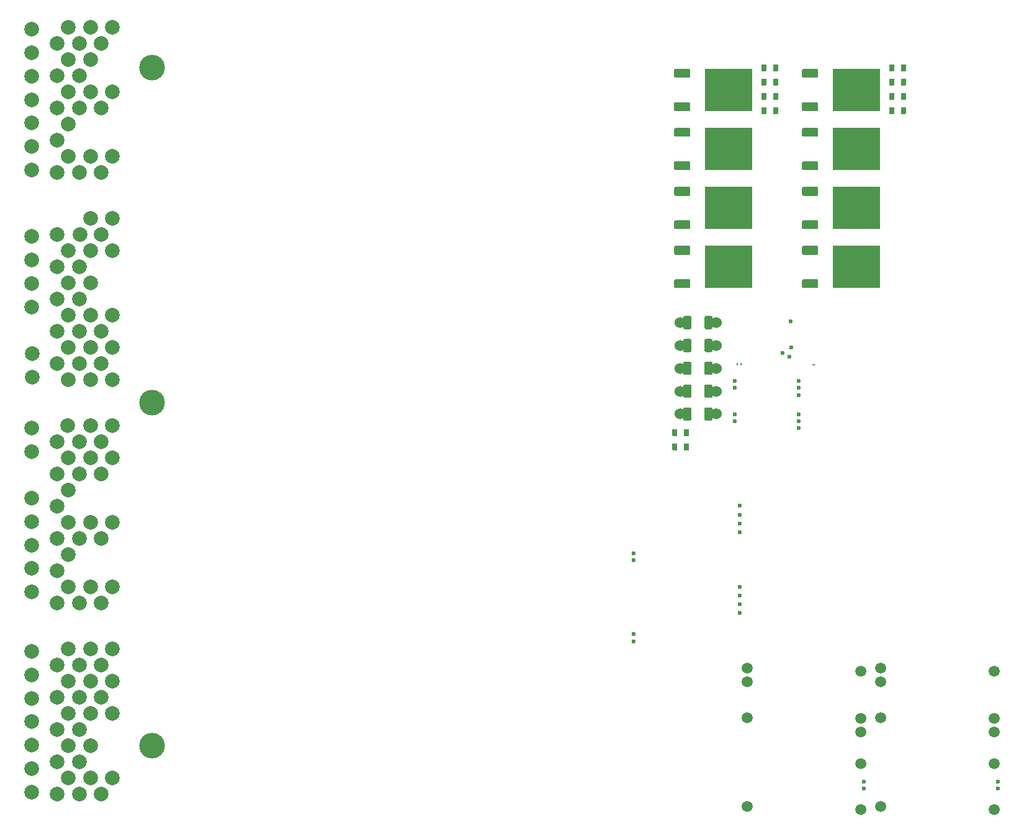
<source format=gts>
G04 #@! TF.GenerationSoftware,KiCad,Pcbnew,8.0.9-8.0.9-0~ubuntu24.04.1*
G04 #@! TF.CreationDate,2025-02-19T22:05:32+00:00*
G04 #@! TF.ProjectId,rusefiSTI2004,72757365-6669-4535-9449-323030342e6b,rev?*
G04 #@! TF.SameCoordinates,Original*
G04 #@! TF.FileFunction,Soldermask,Top*
G04 #@! TF.FilePolarity,Negative*
%FSLAX46Y46*%
G04 Gerber Fmt 4.6, Leading zero omitted, Abs format (unit mm)*
G04 Created by KiCad (PCBNEW 8.0.9-8.0.9-0~ubuntu24.04.1) date 2025-02-19 22:05:32*
%MOMM*%
%LPD*%
G01*
G04 APERTURE LIST*
%ADD10C,0.600000*%
%ADD11R,6.400000X5.800000*%
%ADD12C,1.524000*%
%ADD13C,1.500000*%
%ADD14O,0.499999X0.250000*%
%ADD15O,0.250000X0.499999*%
%ADD16C,0.599999*%
%ADD17C,3.500000*%
%ADD18C,2.000000*%
G04 APERTURE END LIST*
D10*
G04 #@! TO.C,M6*
X102325000Y30312500D03*
X102325000Y29112500D03*
X102325000Y31512500D03*
X102325000Y32712500D03*
X87900000Y26252500D03*
X87900000Y25252500D03*
G04 #@! TD*
G04 #@! TO.C,R6*
G36*
G01*
X105275000Y97311267D02*
X105275000Y98091267D01*
G75*
G02*
X105345000Y98161267I70000J0D01*
G01*
X105905000Y98161267D01*
G75*
G02*
X105975000Y98091267I0J-70000D01*
G01*
X105975000Y97311267D01*
G75*
G02*
X105905000Y97241267I-70000J0D01*
G01*
X105345000Y97241267D01*
G75*
G02*
X105275000Y97311267I0J70000D01*
G01*
G37*
G36*
G01*
X106875000Y97311267D02*
X106875000Y98091267D01*
G75*
G02*
X106945000Y98161267I70000J0D01*
G01*
X107505000Y98161267D01*
G75*
G02*
X107575000Y98091267I0J-70000D01*
G01*
X107575000Y97311267D01*
G75*
G02*
X107505000Y97241267I-70000J0D01*
G01*
X106945000Y97241267D01*
G75*
G02*
X106875000Y97311267I0J70000D01*
G01*
G37*
G04 #@! TD*
G04 #@! TO.C,Q2*
G36*
G01*
X93400000Y94250000D02*
X93400000Y95210000D01*
G75*
G02*
X93520000Y95330000I120000J0D01*
G01*
X95480000Y95330000D01*
G75*
G02*
X95600000Y95210000I0J-120000D01*
G01*
X95600000Y94250000D01*
G75*
G02*
X95480000Y94130000I-120000J0D01*
G01*
X93520000Y94130000D01*
G75*
G02*
X93400000Y94250000I0J120000D01*
G01*
G37*
D11*
X100800000Y92450000D03*
G36*
G01*
X93400000Y89690000D02*
X93400000Y90650000D01*
G75*
G02*
X93520000Y90770000I120000J0D01*
G01*
X95480000Y90770000D01*
G75*
G02*
X95600000Y90650000I0J-120000D01*
G01*
X95600000Y89690000D01*
G75*
G02*
X95480000Y89570000I-120000J0D01*
G01*
X93520000Y89570000D01*
G75*
G02*
X93400000Y89690000I0J120000D01*
G01*
G37*
G04 #@! TD*
D12*
G04 #@! TO.C,F2*
X94185000Y65645000D03*
G36*
G01*
X95529990Y64745000D02*
X94839990Y64745000D01*
G75*
G02*
X94609990Y64975000I0J230000D01*
G01*
X94609990Y66315000D01*
G75*
G02*
X94839990Y66545000I230000J0D01*
G01*
X95529990Y66545000D01*
G75*
G02*
X95759990Y66315000I0J-230000D01*
G01*
X95759990Y64975000D01*
G75*
G02*
X95529990Y64745000I-230000J0D01*
G01*
G37*
G36*
G01*
X98430010Y64745000D02*
X97740010Y64745000D01*
G75*
G02*
X97510010Y64975000I0J230000D01*
G01*
X97510010Y66315000D01*
G75*
G02*
X97740010Y66545000I230000J0D01*
G01*
X98430010Y66545000D01*
G75*
G02*
X98660010Y66315000I0J-230000D01*
G01*
X98660010Y64975000D01*
G75*
G02*
X98430010Y64745000I-230000J0D01*
G01*
G37*
X99085000Y65645000D03*
G04 #@! TD*
G04 #@! TO.C,R8*
G36*
G01*
X122725000Y101209359D02*
X122725000Y101989359D01*
G75*
G02*
X122795000Y102059359I70000J0D01*
G01*
X123355000Y102059359D01*
G75*
G02*
X123425000Y101989359I0J-70000D01*
G01*
X123425000Y101209359D01*
G75*
G02*
X123355000Y101139359I-70000J0D01*
G01*
X122795000Y101139359D01*
G75*
G02*
X122725000Y101209359I0J70000D01*
G01*
G37*
G36*
G01*
X124325000Y101209359D02*
X124325000Y101989359D01*
G75*
G02*
X124395000Y102059359I70000J0D01*
G01*
X124955000Y102059359D01*
G75*
G02*
X125025000Y101989359I0J-70000D01*
G01*
X125025000Y101209359D01*
G75*
G02*
X124955000Y101139359I-70000J0D01*
G01*
X124395000Y101139359D01*
G75*
G02*
X124325000Y101209359I0J70000D01*
G01*
G37*
G04 #@! TD*
G04 #@! TO.C,R2*
G36*
G01*
X93125000Y51409359D02*
X93125000Y52189359D01*
G75*
G02*
X93195000Y52259359I70000J0D01*
G01*
X93755000Y52259359D01*
G75*
G02*
X93825000Y52189359I0J-70000D01*
G01*
X93825000Y51409359D01*
G75*
G02*
X93755000Y51339359I-70000J0D01*
G01*
X93195000Y51339359D01*
G75*
G02*
X93125000Y51409359I0J70000D01*
G01*
G37*
G36*
G01*
X94725000Y51409359D02*
X94725000Y52189359D01*
G75*
G02*
X94795000Y52259359I70000J0D01*
G01*
X95355000Y52259359D01*
G75*
G02*
X95425000Y52189359I0J-70000D01*
G01*
X95425000Y51409359D01*
G75*
G02*
X95355000Y51339359I-70000J0D01*
G01*
X94795000Y51339359D01*
G75*
G02*
X94725000Y51409359I0J70000D01*
G01*
G37*
G04 #@! TD*
G04 #@! TO.C,F3*
X94185000Y62525000D03*
G36*
G01*
X95529990Y61625000D02*
X94839990Y61625000D01*
G75*
G02*
X94609990Y61855000I0J230000D01*
G01*
X94609990Y63195000D01*
G75*
G02*
X94839990Y63425000I230000J0D01*
G01*
X95529990Y63425000D01*
G75*
G02*
X95759990Y63195000I0J-230000D01*
G01*
X95759990Y61855000D01*
G75*
G02*
X95529990Y61625000I-230000J0D01*
G01*
G37*
G36*
G01*
X98430010Y61625000D02*
X97740010Y61625000D01*
G75*
G02*
X97510010Y61855000I0J230000D01*
G01*
X97510010Y63195000D01*
G75*
G02*
X97740010Y63425000I230000J0D01*
G01*
X98430010Y63425000D01*
G75*
G02*
X98660010Y63195000I0J-230000D01*
G01*
X98660010Y61855000D01*
G75*
G02*
X98430010Y61625000I-230000J0D01*
G01*
G37*
X99085000Y62525000D03*
G04 #@! TD*
G04 #@! TO.C,R5*
G36*
G01*
X105275000Y99260313D02*
X105275000Y100040313D01*
G75*
G02*
X105345000Y100110313I70000J0D01*
G01*
X105905000Y100110313D01*
G75*
G02*
X105975000Y100040313I0J-70000D01*
G01*
X105975000Y99260313D01*
G75*
G02*
X105905000Y99190313I-70000J0D01*
G01*
X105345000Y99190313D01*
G75*
G02*
X105275000Y99260313I0J70000D01*
G01*
G37*
G36*
G01*
X106875000Y99260313D02*
X106875000Y100040313D01*
G75*
G02*
X106945000Y100110313I70000J0D01*
G01*
X107505000Y100110313D01*
G75*
G02*
X107575000Y100040313I0J-70000D01*
G01*
X107575000Y99260313D01*
G75*
G02*
X107505000Y99190313I-70000J0D01*
G01*
X106945000Y99190313D01*
G75*
G02*
X106875000Y99260313I0J70000D01*
G01*
G37*
G04 #@! TD*
G04 #@! TO.C,Q4*
G36*
G01*
X93400000Y78150000D02*
X93400000Y79110000D01*
G75*
G02*
X93520000Y79230000I120000J0D01*
G01*
X95480000Y79230000D01*
G75*
G02*
X95600000Y79110000I0J-120000D01*
G01*
X95600000Y78150000D01*
G75*
G02*
X95480000Y78030000I-120000J0D01*
G01*
X93520000Y78030000D01*
G75*
G02*
X93400000Y78150000I0J120000D01*
G01*
G37*
D11*
X100800000Y76350000D03*
G36*
G01*
X93400000Y73590000D02*
X93400000Y74550000D01*
G75*
G02*
X93520000Y74670000I120000J0D01*
G01*
X95480000Y74670000D01*
G75*
G02*
X95600000Y74550000I0J-120000D01*
G01*
X95600000Y73590000D01*
G75*
G02*
X95480000Y73470000I-120000J0D01*
G01*
X93520000Y73470000D01*
G75*
G02*
X93400000Y73590000I0J120000D01*
G01*
G37*
G04 #@! TD*
D10*
G04 #@! TO.C,M5*
X102325000Y41362500D03*
X102325000Y40162500D03*
X102325000Y42562500D03*
X102325000Y43762500D03*
X87900000Y37302500D03*
X87900000Y36302500D03*
G04 #@! TD*
D13*
G04 #@! TO.C,M8*
X118849995Y21149996D03*
X118849995Y14749999D03*
X118849995Y12849996D03*
X118849995Y8549996D03*
D10*
X119299994Y6149999D03*
X119299994Y5149998D03*
D13*
X118849995Y2299996D03*
X103349998Y21599998D03*
X103349998Y19749999D03*
X103349998Y14799996D03*
X103349998Y2749998D03*
G04 #@! TD*
D14*
G04 #@! TO.C,M4*
X112394993Y63013329D03*
D15*
X102044999Y63063327D03*
X102545000Y63063327D03*
D16*
X109094997Y64113325D03*
X108219995Y64638325D03*
X109394999Y65388323D03*
X109319996Y68938324D03*
G04 #@! TD*
G04 #@! TO.C,Q7*
G36*
G01*
X110850000Y86200000D02*
X110850000Y87160000D01*
G75*
G02*
X110970000Y87280000I120000J0D01*
G01*
X112930000Y87280000D01*
G75*
G02*
X113050000Y87160000I0J-120000D01*
G01*
X113050000Y86200000D01*
G75*
G02*
X112930000Y86080000I-120000J0D01*
G01*
X110970000Y86080000D01*
G75*
G02*
X110850000Y86200000I0J120000D01*
G01*
G37*
D11*
X118250000Y84400000D03*
G36*
G01*
X110850000Y81640000D02*
X110850000Y82600000D01*
G75*
G02*
X110970000Y82720000I120000J0D01*
G01*
X112930000Y82720000D01*
G75*
G02*
X113050000Y82600000I0J-120000D01*
G01*
X113050000Y81640000D01*
G75*
G02*
X112930000Y81520000I-120000J0D01*
G01*
X110970000Y81520000D01*
G75*
G02*
X110850000Y81640000I0J120000D01*
G01*
G37*
G04 #@! TD*
D10*
G04 #@! TO.C,M7*
X110395000Y60794997D03*
X110395000Y59844997D03*
X110395000Y58894999D03*
X101695000Y59894997D03*
X101695000Y60794997D03*
G04 #@! TD*
G04 #@! TO.C,Q1*
G36*
G01*
X93400000Y102300000D02*
X93400000Y103260000D01*
G75*
G02*
X93520000Y103380000I120000J0D01*
G01*
X95480000Y103380000D01*
G75*
G02*
X95600000Y103260000I0J-120000D01*
G01*
X95600000Y102300000D01*
G75*
G02*
X95480000Y102180000I-120000J0D01*
G01*
X93520000Y102180000D01*
G75*
G02*
X93400000Y102300000I0J120000D01*
G01*
G37*
D11*
X100800000Y100500000D03*
G36*
G01*
X93400000Y97740000D02*
X93400000Y98700000D01*
G75*
G02*
X93520000Y98820000I120000J0D01*
G01*
X95480000Y98820000D01*
G75*
G02*
X95600000Y98700000I0J-120000D01*
G01*
X95600000Y97740000D01*
G75*
G02*
X95480000Y97620000I-120000J0D01*
G01*
X93520000Y97620000D01*
G75*
G02*
X93400000Y97740000I0J120000D01*
G01*
G37*
G04 #@! TD*
G04 #@! TO.C,Q3*
G36*
G01*
X93400000Y86200000D02*
X93400000Y87160000D01*
G75*
G02*
X93520000Y87280000I120000J0D01*
G01*
X95480000Y87280000D01*
G75*
G02*
X95600000Y87160000I0J-120000D01*
G01*
X95600000Y86200000D01*
G75*
G02*
X95480000Y86080000I-120000J0D01*
G01*
X93520000Y86080000D01*
G75*
G02*
X93400000Y86200000I0J120000D01*
G01*
G37*
X100800000Y84400000D03*
G36*
G01*
X93400000Y81640000D02*
X93400000Y82600000D01*
G75*
G02*
X93520000Y82720000I120000J0D01*
G01*
X95480000Y82720000D01*
G75*
G02*
X95600000Y82600000I0J-120000D01*
G01*
X95600000Y81640000D01*
G75*
G02*
X95480000Y81520000I-120000J0D01*
G01*
X93520000Y81520000D01*
G75*
G02*
X93400000Y81640000I0J120000D01*
G01*
G37*
G04 #@! TD*
G04 #@! TO.C,R9*
G36*
G01*
X122725000Y99260313D02*
X122725000Y100040313D01*
G75*
G02*
X122795000Y100110313I70000J0D01*
G01*
X123355000Y100110313D01*
G75*
G02*
X123425000Y100040313I0J-70000D01*
G01*
X123425000Y99260313D01*
G75*
G02*
X123355000Y99190313I-70000J0D01*
G01*
X122795000Y99190313D01*
G75*
G02*
X122725000Y99260313I0J70000D01*
G01*
G37*
G36*
G01*
X124325000Y99260313D02*
X124325000Y100040313D01*
G75*
G02*
X124395000Y100110313I70000J0D01*
G01*
X124955000Y100110313D01*
G75*
G02*
X125025000Y100040313I0J-70000D01*
G01*
X125025000Y99260313D01*
G75*
G02*
X124955000Y99190313I-70000J0D01*
G01*
X124395000Y99190313D01*
G75*
G02*
X124325000Y99260313I0J70000D01*
G01*
G37*
G04 #@! TD*
D10*
G04 #@! TO.C,M13*
X110395000Y56244994D03*
X110395000Y55294994D03*
X110395000Y54344996D03*
X101695000Y55344994D03*
X101695000Y56244994D03*
G04 #@! TD*
G04 #@! TO.C,Q5*
G36*
G01*
X110850000Y102300000D02*
X110850000Y103260000D01*
G75*
G02*
X110970000Y103380000I120000J0D01*
G01*
X112930000Y103380000D01*
G75*
G02*
X113050000Y103260000I0J-120000D01*
G01*
X113050000Y102300000D01*
G75*
G02*
X112930000Y102180000I-120000J0D01*
G01*
X110970000Y102180000D01*
G75*
G02*
X110850000Y102300000I0J120000D01*
G01*
G37*
D11*
X118250000Y100500000D03*
G36*
G01*
X110850000Y97740000D02*
X110850000Y98700000D01*
G75*
G02*
X110970000Y98820000I120000J0D01*
G01*
X112930000Y98820000D01*
G75*
G02*
X113050000Y98700000I0J-120000D01*
G01*
X113050000Y97740000D01*
G75*
G02*
X112930000Y97620000I-120000J0D01*
G01*
X110970000Y97620000D01*
G75*
G02*
X110850000Y97740000I0J120000D01*
G01*
G37*
G04 #@! TD*
G04 #@! TO.C,Q8*
G36*
G01*
X110850000Y78150000D02*
X110850000Y79110000D01*
G75*
G02*
X110970000Y79230000I120000J0D01*
G01*
X112930000Y79230000D01*
G75*
G02*
X113050000Y79110000I0J-120000D01*
G01*
X113050000Y78150000D01*
G75*
G02*
X112930000Y78030000I-120000J0D01*
G01*
X110970000Y78030000D01*
G75*
G02*
X110850000Y78150000I0J120000D01*
G01*
G37*
X118250000Y76350000D03*
G36*
G01*
X110850000Y73590000D02*
X110850000Y74550000D01*
G75*
G02*
X110970000Y74670000I120000J0D01*
G01*
X112930000Y74670000D01*
G75*
G02*
X113050000Y74550000I0J-120000D01*
G01*
X113050000Y73590000D01*
G75*
G02*
X112930000Y73470000I-120000J0D01*
G01*
X110970000Y73470000D01*
G75*
G02*
X110850000Y73590000I0J120000D01*
G01*
G37*
G04 #@! TD*
G04 #@! TO.C,R10*
G36*
G01*
X122725000Y97311267D02*
X122725000Y98091267D01*
G75*
G02*
X122795000Y98161267I70000J0D01*
G01*
X123355000Y98161267D01*
G75*
G02*
X123425000Y98091267I0J-70000D01*
G01*
X123425000Y97311267D01*
G75*
G02*
X123355000Y97241267I-70000J0D01*
G01*
X122795000Y97241267D01*
G75*
G02*
X122725000Y97311267I0J70000D01*
G01*
G37*
G36*
G01*
X124325000Y97311267D02*
X124325000Y98091267D01*
G75*
G02*
X124395000Y98161267I70000J0D01*
G01*
X124955000Y98161267D01*
G75*
G02*
X125025000Y98091267I0J-70000D01*
G01*
X125025000Y97311267D01*
G75*
G02*
X124955000Y97241267I-70000J0D01*
G01*
X124395000Y97241267D01*
G75*
G02*
X124325000Y97311267I0J70000D01*
G01*
G37*
G04 #@! TD*
G04 #@! TO.C,R4*
G36*
G01*
X105275000Y101209359D02*
X105275000Y101989359D01*
G75*
G02*
X105345000Y102059359I70000J0D01*
G01*
X105905000Y102059359D01*
G75*
G02*
X105975000Y101989359I0J-70000D01*
G01*
X105975000Y101209359D01*
G75*
G02*
X105905000Y101139359I-70000J0D01*
G01*
X105345000Y101139359D01*
G75*
G02*
X105275000Y101209359I0J70000D01*
G01*
G37*
G36*
G01*
X106875000Y101209359D02*
X106875000Y101989359D01*
G75*
G02*
X106945000Y102059359I70000J0D01*
G01*
X107505000Y102059359D01*
G75*
G02*
X107575000Y101989359I0J-70000D01*
G01*
X107575000Y101209359D01*
G75*
G02*
X107505000Y101139359I-70000J0D01*
G01*
X106945000Y101139359D01*
G75*
G02*
X106875000Y101209359I0J70000D01*
G01*
G37*
G04 #@! TD*
G04 #@! TO.C,R1*
G36*
G01*
X93125000Y53358405D02*
X93125000Y54138405D01*
G75*
G02*
X93195000Y54208405I70000J0D01*
G01*
X93755000Y54208405D01*
G75*
G02*
X93825000Y54138405I0J-70000D01*
G01*
X93825000Y53358405D01*
G75*
G02*
X93755000Y53288405I-70000J0D01*
G01*
X93195000Y53288405D01*
G75*
G02*
X93125000Y53358405I0J70000D01*
G01*
G37*
G36*
G01*
X94725000Y53358405D02*
X94725000Y54138405D01*
G75*
G02*
X94795000Y54208405I70000J0D01*
G01*
X95355000Y54208405D01*
G75*
G02*
X95425000Y54138405I0J-70000D01*
G01*
X95425000Y53358405D01*
G75*
G02*
X95355000Y53288405I-70000J0D01*
G01*
X94795000Y53288405D01*
G75*
G02*
X94725000Y53358405I0J70000D01*
G01*
G37*
G04 #@! TD*
G04 #@! TO.C,R3*
G36*
G01*
X105275000Y103158405D02*
X105275000Y103938405D01*
G75*
G02*
X105345000Y104008405I70000J0D01*
G01*
X105905000Y104008405D01*
G75*
G02*
X105975000Y103938405I0J-70000D01*
G01*
X105975000Y103158405D01*
G75*
G02*
X105905000Y103088405I-70000J0D01*
G01*
X105345000Y103088405D01*
G75*
G02*
X105275000Y103158405I0J70000D01*
G01*
G37*
G36*
G01*
X106875000Y103158405D02*
X106875000Y103938405D01*
G75*
G02*
X106945000Y104008405I70000J0D01*
G01*
X107505000Y104008405D01*
G75*
G02*
X107575000Y103938405I0J-70000D01*
G01*
X107575000Y103158405D01*
G75*
G02*
X107505000Y103088405I-70000J0D01*
G01*
X106945000Y103088405D01*
G75*
G02*
X106875000Y103158405I0J70000D01*
G01*
G37*
G04 #@! TD*
D12*
G04 #@! TO.C,F4*
X94185000Y59405000D03*
G36*
G01*
X95529990Y58505000D02*
X94839990Y58505000D01*
G75*
G02*
X94609990Y58735000I0J230000D01*
G01*
X94609990Y60075000D01*
G75*
G02*
X94839990Y60305000I230000J0D01*
G01*
X95529990Y60305000D01*
G75*
G02*
X95759990Y60075000I0J-230000D01*
G01*
X95759990Y58735000D01*
G75*
G02*
X95529990Y58505000I-230000J0D01*
G01*
G37*
G36*
G01*
X98430010Y58505000D02*
X97740010Y58505000D01*
G75*
G02*
X97510010Y58735000I0J230000D01*
G01*
X97510010Y60075000D01*
G75*
G02*
X97740010Y60305000I230000J0D01*
G01*
X98430010Y60305000D01*
G75*
G02*
X98660010Y60075000I0J-230000D01*
G01*
X98660010Y58735000D01*
G75*
G02*
X98430010Y58505000I-230000J0D01*
G01*
G37*
X99085000Y59405000D03*
G04 #@! TD*
D17*
G04 #@! TO.C,J1*
X22200000Y103600000D03*
X22200000Y57850000D03*
X22200000Y11000000D03*
D18*
X5750000Y108800000D03*
X5750000Y105600000D03*
X5750000Y102400000D03*
X5750000Y99200000D03*
X5750000Y96000000D03*
X5750000Y92800000D03*
X5750000Y89600000D03*
X10750000Y109100000D03*
X9250000Y106900000D03*
X10750000Y104700000D03*
X9250000Y102500000D03*
X10750000Y100300000D03*
X9250000Y98100000D03*
X10750000Y95900000D03*
X9250000Y93700000D03*
X10750000Y91500000D03*
X9250000Y89300000D03*
X13750000Y109100000D03*
X12250000Y106900000D03*
X13750000Y104700000D03*
X12250000Y102500000D03*
X13750000Y100300000D03*
X12250000Y98100000D03*
X13750000Y91500000D03*
X12250000Y89300000D03*
X16750000Y109100000D03*
X15250000Y106900000D03*
X16750000Y100300000D03*
X15250000Y98100000D03*
X16750000Y91500000D03*
X15250000Y89300000D03*
X5750000Y80500000D03*
X5750000Y77300000D03*
X5750000Y74100000D03*
X5750000Y70900000D03*
X5850000Y64500000D03*
X5850000Y61300000D03*
X9250000Y80800000D03*
X10750000Y78600000D03*
X9250000Y76400000D03*
X10750000Y74200000D03*
X9250000Y72000000D03*
X10750000Y69800000D03*
X9250000Y67600000D03*
X10750000Y65400000D03*
X9250000Y63200000D03*
X10750000Y61000000D03*
X13750000Y83000000D03*
X12350000Y80800000D03*
X13750000Y78600000D03*
X12250000Y76400000D03*
X13750000Y74200000D03*
X12250000Y72000000D03*
X13750000Y69800000D03*
X12250000Y67600000D03*
X13750000Y65400000D03*
X12250000Y63200000D03*
X13750000Y61000000D03*
X16750000Y83000000D03*
X15250000Y80800000D03*
X16750000Y78600000D03*
X16750000Y69800000D03*
X15250000Y67600000D03*
X16750000Y65400000D03*
X15250000Y63200000D03*
X16750000Y61000000D03*
X5750000Y54400000D03*
X5750000Y51200000D03*
X5750000Y44800000D03*
X5750000Y41600000D03*
X5750000Y38400000D03*
X5750000Y35200000D03*
X5750000Y32000000D03*
X10650000Y54700000D03*
X9250000Y52500000D03*
X10750000Y50300000D03*
X9250000Y48100000D03*
X10750000Y45900000D03*
X9250000Y43700000D03*
X10750000Y41500000D03*
X9250000Y39300000D03*
X10750000Y37100000D03*
X9250000Y34900000D03*
X10750000Y32700000D03*
X9250000Y30500000D03*
X13750000Y54700000D03*
X12250000Y52500000D03*
X13750000Y50300000D03*
X12250000Y48100000D03*
X13750000Y41500000D03*
X12250000Y39300000D03*
X13750000Y32700000D03*
X12250000Y30500000D03*
X16750000Y54700000D03*
X15250000Y52500000D03*
X16750000Y50300000D03*
X15250000Y48100000D03*
X16750000Y41500000D03*
X15250000Y39300000D03*
X16750000Y32700000D03*
X15250000Y30500000D03*
X5750000Y23900000D03*
X5750000Y20700000D03*
X5750000Y17500000D03*
X5750000Y14300000D03*
X5750000Y11100000D03*
X5750000Y7900000D03*
X5750000Y4700000D03*
X10750000Y24200000D03*
X9250000Y22000000D03*
X10750000Y19800000D03*
X9250000Y17600000D03*
X10750000Y15400000D03*
X9250000Y13200000D03*
X10750000Y11000000D03*
X9250000Y8800000D03*
X10750000Y6600000D03*
X9250000Y4400000D03*
X13750000Y24200000D03*
X12250000Y22000000D03*
X13750000Y19800000D03*
X12250000Y17600000D03*
X13750000Y15400000D03*
X12250000Y13200000D03*
X13750000Y11000000D03*
X12250000Y8800000D03*
X13750000Y6600000D03*
X12250000Y4400000D03*
X16750000Y24200000D03*
X15250000Y22000000D03*
X16750000Y19800000D03*
X15250000Y17600000D03*
X16750000Y15400000D03*
X16750000Y6600000D03*
X15250000Y4400000D03*
G04 #@! TD*
G04 #@! TO.C,Q6*
G36*
G01*
X110850000Y94250000D02*
X110850000Y95210000D01*
G75*
G02*
X110970000Y95330000I120000J0D01*
G01*
X112930000Y95330000D01*
G75*
G02*
X113050000Y95210000I0J-120000D01*
G01*
X113050000Y94250000D01*
G75*
G02*
X112930000Y94130000I-120000J0D01*
G01*
X110970000Y94130000D01*
G75*
G02*
X110850000Y94250000I0J120000D01*
G01*
G37*
D11*
X118250000Y92450000D03*
G36*
G01*
X110850000Y89690000D02*
X110850000Y90650000D01*
G75*
G02*
X110970000Y90770000I120000J0D01*
G01*
X112930000Y90770000D01*
G75*
G02*
X113050000Y90650000I0J-120000D01*
G01*
X113050000Y89690000D01*
G75*
G02*
X112930000Y89570000I-120000J0D01*
G01*
X110970000Y89570000D01*
G75*
G02*
X110850000Y89690000I0J120000D01*
G01*
G37*
G04 #@! TD*
D12*
G04 #@! TO.C,F5*
X94185000Y56285000D03*
G36*
G01*
X95529990Y55385000D02*
X94839990Y55385000D01*
G75*
G02*
X94609990Y55615000I0J230000D01*
G01*
X94609990Y56955000D01*
G75*
G02*
X94839990Y57185000I230000J0D01*
G01*
X95529990Y57185000D01*
G75*
G02*
X95759990Y56955000I0J-230000D01*
G01*
X95759990Y55615000D01*
G75*
G02*
X95529990Y55385000I-230000J0D01*
G01*
G37*
G36*
G01*
X98430010Y55385000D02*
X97740010Y55385000D01*
G75*
G02*
X97510010Y55615000I0J230000D01*
G01*
X97510010Y56955000D01*
G75*
G02*
X97740010Y57185000I230000J0D01*
G01*
X98430010Y57185000D01*
G75*
G02*
X98660010Y56955000I0J-230000D01*
G01*
X98660010Y55615000D01*
G75*
G02*
X98430010Y55385000I-230000J0D01*
G01*
G37*
X99085000Y56285000D03*
G04 #@! TD*
G04 #@! TO.C,R7*
G36*
G01*
X122725000Y103158405D02*
X122725000Y103938405D01*
G75*
G02*
X122795000Y104008405I70000J0D01*
G01*
X123355000Y104008405D01*
G75*
G02*
X123425000Y103938405I0J-70000D01*
G01*
X123425000Y103158405D01*
G75*
G02*
X123355000Y103088405I-70000J0D01*
G01*
X122795000Y103088405D01*
G75*
G02*
X122725000Y103158405I0J70000D01*
G01*
G37*
G36*
G01*
X124325000Y103158405D02*
X124325000Y103938405D01*
G75*
G02*
X124395000Y104008405I70000J0D01*
G01*
X124955000Y104008405D01*
G75*
G02*
X125025000Y103938405I0J-70000D01*
G01*
X125025000Y103158405D01*
G75*
G02*
X124955000Y103088405I-70000J0D01*
G01*
X124395000Y103088405D01*
G75*
G02*
X124325000Y103158405I0J70000D01*
G01*
G37*
G04 #@! TD*
G04 #@! TO.C,F1*
X94185000Y68765000D03*
G36*
G01*
X95529990Y67865000D02*
X94839990Y67865000D01*
G75*
G02*
X94609990Y68095000I0J230000D01*
G01*
X94609990Y69435000D01*
G75*
G02*
X94839990Y69665000I230000J0D01*
G01*
X95529990Y69665000D01*
G75*
G02*
X95759990Y69435000I0J-230000D01*
G01*
X95759990Y68095000D01*
G75*
G02*
X95529990Y67865000I-230000J0D01*
G01*
G37*
G36*
G01*
X98430010Y67865000D02*
X97740010Y67865000D01*
G75*
G02*
X97510010Y68095000I0J230000D01*
G01*
X97510010Y69435000D01*
G75*
G02*
X97740010Y69665000I230000J0D01*
G01*
X98430010Y69665000D01*
G75*
G02*
X98660010Y69435000I0J-230000D01*
G01*
X98660010Y68095000D01*
G75*
G02*
X98430010Y67865000I-230000J0D01*
G01*
G37*
X99085000Y68765000D03*
G04 #@! TD*
D13*
G04 #@! TO.C,M14*
X137099997Y21149996D03*
X137099997Y14749999D03*
X137099997Y12849996D03*
X137099997Y8549996D03*
D10*
X137549996Y6149999D03*
X137549996Y5149998D03*
D13*
X137099997Y2299996D03*
X121600000Y21599998D03*
X121600000Y19749999D03*
X121600000Y14799996D03*
X121600000Y2749998D03*
G04 #@! TD*
M02*

</source>
